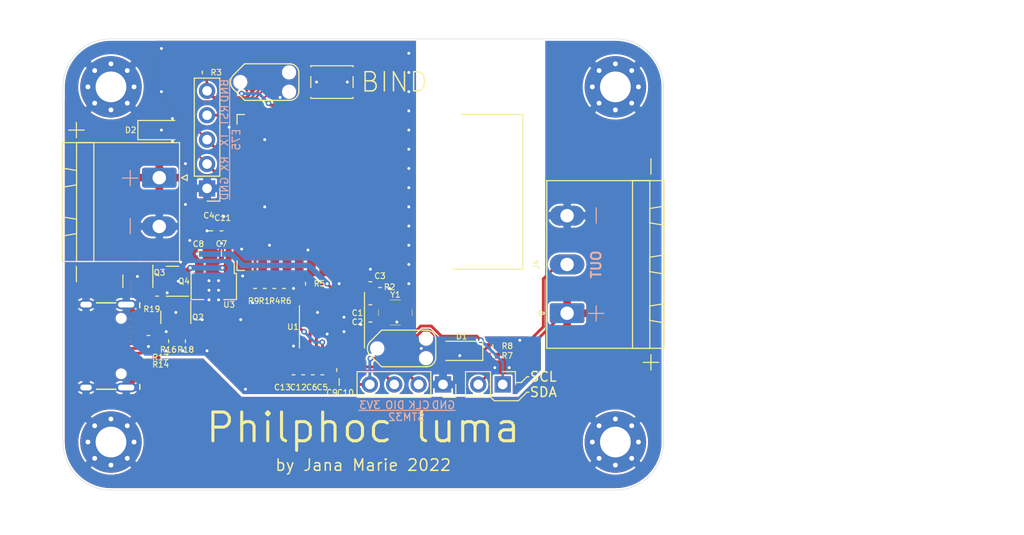
<source format=kicad_pcb>
(kicad_pcb (version 20211014) (generator pcbnew)
  (layers (0 "F.Cu" signal) (31 "B.Cu" signal) (34 "B.Paste" user) (35 "F.Paste" user) (36 "B.SilkS" user "B.Silkscreen") (37 "F.SilkS" user "F.Silkscreen") (38 "B.Mask" user) (39 "F.Mask" user) (44 "Edge.Cuts" user))
  (net 0 "")
  (net 1 "GND")
  (net 2 "Net-(C1-Pad1)")
  (net 3 "Net-(C2-Pad1)")
  (net 4 "Net-(C3-Pad1)")
  (net 5 "+3V3")
  (net 6 "Net-(C5-Pad1)")
  (net 7 "VBUS")
  (net 8 "Net-(J2-Pad5)")
  (net 9 "E75_RST")
  (net 10 "E75_TX")
  (net 11 "E75_RX")
  (net 12 "Net-(J3-PadB5)")
  (net 16 "Net-(J3-PadA5)")
  (net 20 "PWM_R")
  (net 21 "PWM_G")
  (net 22 "PWM_B")
  (net 25 "PWM_1")
  (net 40 "Net-(C12-Pad1)")
  (net 42 "Net-(J3-PadA4)")
  (net 43 "Net-(Q3-Pad1)")
  (net 44 "Net-(Q2-Pad1)")
  (net 45 "Net-(Q2-Pad3)")
  (net 46 "Net-(C6-Pad1)")
  (net 47 "Net-(D1-Pad1)")
  (net 48 "SWCLK")
  (net 49 "SWDIO")
  (net 52 "Net-(R2-Pad1)")
  (net 57 "Net-(J4-Pad2)")
  (net 58 "Net-(J6-Pad1)")
  (net 59 "Net-(U1-Pad11)")
  (footprint "Package_TO_SOT_SMD:SOT-23" (layer "F.Cu") (at 57.8 76.75 -90)
    (fp_text reference "Q3")
    (fp_text value "AO3401A")
  )
  (footprint "otter:E75-2G4M10S" (layer "F.Cu") (at 78 67.5 -90)
    (fp_text reference "U2" hide)
    (fp_text value "E75-2G4M20S")
  )
  (footprint "otter:R_0402" (layer "F.Cu") (at 83 77.4 90)
    (fp_text reference "R2")
    (fp_text value "5k1" hide)
  )
  (footprint "otter:C_0402" (layer "F.Cu") (at 82 79.2 90)
    (fp_text reference "C1")
    (fp_text value "18p" hide)
  )
  (footprint "Package_SO:TSSOP-20_4.4x6.5mm_P0.65mm" (layer "F.Cu") (at 78 81.5 -90)
    (fp_text reference "U1")
    (fp_text value "STM32F030F4Px")
  )
  (footprint "Connector_PinHeader_2.54mm:PinHeader_1x05_P2.54mm_Vertical" (layer "F.Cu") (at 65 67.075 180)
    (fp_text reference "J2" hide)
    (fp_text value "E75_proc")
  )
  (footprint "otter:TC2030" (layer "F.Cu") (at 85.25 83.75)
    (fp_text reference "P1" hide)
    (fp_text value "TC2030_STM32" hide)
  )
  (footprint "Package_TO_SOT_SMD:SOT-89-3" (layer "F.Cu") (at 65.7 77 -90)
    (fp_text reference "U3")
    (fp_text value "AP2204R-3.3")
  )
  (footprint "otter:R_0402" (layer "F.Cu") (at 72 77.5 90)
    (fp_text reference "R4")
    (fp_text value "100k" hide)
  )
  (footprint "otter:R_0402" (layer "F.Cu") (at 71 77.5 90)
    (fp_text reference "R1")
    (fp_text value "100k" hide)
  )
  (footprint "MountingHole:MountingHole_3.2mm_M3_Pad_Via" (layer "F.Cu") (at 107.5 56.5)
    (fp_text reference "J7" hide)
    (fp_text value "M3")
  )
  (footprint "Diode_SMD:D_SOD-123F" (layer "F.Cu") (at 60 61)
    (fp_text reference "D2")
    (fp_text value "D_Small")
  )
  (footprint "otter:C_0603" (layer "F.Cu") (at 65.25 71.5 -90)
    (fp_text reference "C4")
    (fp_text value "10u" hide)
  )
  (footprint "Diode_SMD:D_SOD-123F" (layer "F.Cu") (at 91.5 84 180)
    (fp_text reference "D1")
    (fp_text value "5V1")
  )
  (footprint "Button_Switch_SMD:SW_SPST_PTS810" (layer "F.Cu") (at 78 56 180)
    (fp_text reference "SW2" hide)
    (fp_text value "BIND")
  )
  (footprint "otter:R_0402" (layer "F.Cu") (at 59.8 78.3 90)
    (fp_text reference "R19")
    (fp_text value "100k" hide)
  )
  (footprint "otter:C_0402" (layer "F.Cu") (at 77 86.5 -90)
    (fp_text reference "C5")
    (fp_text value "100n" hide)
  )
  (footprint "otter:C_0402" (layer "F.Cu") (at 82 81 -90)
    (fp_text reference "C2")
    (fp_text value "18p" hide)
  )
  (footprint "otter:R_0402" (layer "F.Cu") (at 64.5 55)
    (fp_text reference "R3")
    (fp_text value "5k1" hide)
  )
  (footprint "MountingHole:MountingHole_3.2mm_M3_Pad_Via" (layer "F.Cu") (at 55 56.5)
    (fp_text reference "J10" hide)
    (fp_text value "M3")
  )
  (footprint "Package_TO_SOT_SMD:SOT-23" (layer "F.Cu") (at 61.75 80.5 -90)
    (fp_text reference "Q2")
    (fp_text value "BC807")
  )
  (footprint "otter:TC2030" (layer "F.Cu") (at 71 56)
    (fp_text reference "P2" hide)
    (fp_text value "TC2030-E75" hide)
  )
  (footprint "Connector_Phoenix_MSTB:PhoenixContact_MSTBA_2,5_2-G-5,08_1x02_P5.08mm_Horizontal" (layer "F.Cu") (at 60.0275 68.5 -90)
    (fp_text reference "J5" hide)
    (fp_text value "IN")
  )
  (footprint "otter:PinHeader_1x02_P2.54mm_Vertical" (layer "F.Cu") (at 94.5 87.5 -90)
    (fp_text reference "J6" hide)
    (fp_text value "I2C")
  )
  (footprint "otter:R_0402" (layer "F.Cu") (at 70 77.5 90)
    (fp_text reference "R9")
    (fp_text value "100k" hide)
  )
  (footprint "otter:R_0402" (layer "F.Cu") (at 61 83)
    (fp_text reference "R16")
    (fp_text value "5k1" hide)
  )
  (footprint "MountingHole:MountingHole_3.2mm_M3_Pad_Via" (layer "F.Cu") (at 107.5 93.5)
    (fp_text reference "J9" hide)
    (fp_text value "M3")
  )
  (footprint "otter:C_0402" (layer "F.Cu") (at 74 86.5 -90)
    (fp_text reference "C13")
    (fp_text value "100n" hide)
  )
  (footprint "otter:C_0603" (layer "F.Cu") (at 66.5 73.8 180)
    (fp_text reference "C7")
    (fp_text value "10u" hide)
  )
  (footprint "Connector_Phoenix_MSTB:PhoenixContact_MSTBA_2,5_3-G-5,08_1x03_P5.08mm_Horizontal" (layer "F.Cu") (at 102.4725 80.08 90)
    (fp_text reference "J4")
    (fp_text value "OUT")
  )
  (footprint "otter:C_0402" (layer "F.Cu") (at 75 86.5 -90)
    (fp_text reference "C12")
    (fp_text value "100n" hide)
  )
  (footprint "Package_TO_SOT_SMD:SOT-23" (layer "F.Cu") (at 61.4 76.75 180)
    (fp_text reference "Q4")
    (fp_text value "BC807")
  )
  (footprint "otter:C_0402" (layer "F.Cu") (at 76 86.5 -90)
    (fp_text reference "C6")
    (fp_text value "100n" hide)
  )
  (footprint "otter:R_0402" (layer "F.Cu") (at 73 77.5 90)
    (fp_text reference "R6")
    (fp_text value "100k" hide)
  )
  (footprint "otter:R_0402" (layer "F.Cu") (at 58.9 84.7 90)
    (fp_text reference "R14")
    (fp_text value "5k1" hide)
  )
  (footprint "otter:Oscillator_3225" (layer "F.Cu") (at 84.6 80)
    (fp_text reference "Y1")
    (fp_text value "8Mhz")
  )
  (footprint "otter:R_0402" (layer "F.Cu") (at 58.9 82.4 -90)
    (fp_text reference "R13")
    (fp_text value "5k1" hide)
  )
  (footprint "otter:C_0402" (layer "F.Cu") (at 78.5 86 180)
    (fp_text reference "C9")
    (fp_text value "100n" hide)
  )
  (footprint "otter:C_0603" (layer "F.Cu") (at 64.1 73.8)
    (fp_text reference "C8")
    (fp_text value "10u" hide)
  )
  (footprint "MountingHole:MountingHole_3.2mm_M3_Pad_Via" (layer "F.Cu") (at 55 93.5)
    (fp_text reference "J8" hide)
    (fp_text value "M3")
  )
  (footprint "otter:R_0402" (layer "F.Cu") (at 62.75 83)
    (fp_text reference "R18")
    (fp_text value "100k" hide)
  )
  (footprint "otter:R_0402" (layer "F.Cu") (at 94.75 83.5 180)
    (fp_text reference "R8")
    (fp_text value "20" hide)
  )
  (footprint "otter:R_0402" (layer "F.Cu") (at 94.75 84.5)
    (fp_text reference "R7")
    (fp_text value "5k1" hide)
  )
  (footprint "otter:C_0603" (layer "F.Cu") (at 78.75 87.25 180)
    (fp_text reference "C10")
    (fp_text value "10u" hide)
  )
  (footprint "otter:R_0402" (layer "F.Cu") (at 75.25 77 180)
    (fp_text reference "R5")
    (fp_text value "5k1" hide)
  )
  (footprint "otter:PinSocket_1x04_P2.54mm_Vertical_center" (layer "F.Cu") (at 85.75 87.5 -90)
    (fp_text reference "J1" hide)
    (fp_text value "SWD")
  )
  (footprint "otter:C_0402" (layer "F.Cu") (at 66.5 71.5 -90)
    (fp_text reference "C11")
    (fp_text value "100n" hide)
  )
  (footprint "otter:USB-C 16Pin" (layer "F.Cu") (at 57.5 83.5 -90)
    (fp_text reference "J3" hide)
    (fp_text value "USB_C")
  )
  (footprint "otter:C_0402" (layer "F.Cu") (at 82 76.8 90)
    (fp_text reference "C3")
    (fp_text value "100n" hide)
  )
  (gr_line (start 57.8 66) (end 56.2 66) (layer "B.SilkS") (width 0.12))
  (gr_line (start 57 66.8) (end 57 65.2) (layer "B.SilkS") (width 0.12))
  (gr_line (start 57 71.8) (end 57 70.2) (layer "B.SilkS") (width 0.12))
  (gr_line (start 67.35 55.65) (end 67.35 68.25) (layer "B.SilkS") (width 0.12))
  (gr_line (start 106.3 80.1) (end 104.7 80.1) (layer "B.SilkS") (width 0.12))
  (gr_line (start 105.5 80.9) (end 105.5 79.3) (layer "B.SilkS") (width 0.12))
  (gr_line (start 90.8 90.2) (end 80.8 90.2) (layer "B.SilkS") (width 0.12))
  (gr_line (start 105.5 70.7) (end 105.5 69.1) (layer "B.SilkS") (width 0.12))
  (gr_line (start 52.2 61) (end 50.6 61) (layer "F.SilkS") (width 0.12))
  (gr_line (start 98.3 88.3) (end 98.5 88.3) (layer "F.SilkS") (width 0.12))
  (gr_line (start 97.8 87.2) (end 97.7 87.3) (layer "F.SilkS") (width 0.12))
  (gr_line (start 111.2 65.6) (end 111.2 64) (layer "F.SilkS") (width 0.12))
  (gr_line (start 97.4 89.2) (end 98.3 88.3) (layer "F.SilkS") (width 0.12))
  (gr_line (start 98.3 86.7) (end 97.8 87.2) (layer "F.SilkS") (width 0.12))
  (gr_line (start 111.2 86) (end 111.2 84.4) (layer "F.SilkS") (width 0.12))
  (gr_line (start 51.4 76.8) (end 51.4 75.2) (layer "F.SilkS") (width 0.12))
  (gr_line (start 112 85.2) (end 110.4 85.2) (layer "F.SilkS") (width 0.12))
  (gr_line (start 98.5 86.7) (end 98.3 86.7) (layer "F.SilkS") (width 0.12))
  (gr_line (start 94.5 88.83) (end 94.9 89.2) (layer "F.SilkS") (width 0.12))
  (gr_line (start 97.7 87.3) (end 97.1 87.3) (layer "F.SilkS") (width 0.12))
  (gr_line (start 51.4 61.8) (end 51.4 60.2) (layer "F.SilkS") (width 0.12))
  (gr_line (start 94.9 89.2) (end 97.4 89.2) (layer "F.SilkS") (width 0.12))
  (gr_line (start 50 93.5) (end 50 56.5) (layer "Edge.Cuts") (width 0.05))
  (gr_arc (start 55 98.5) (mid 51.464466 97.035534) (end 50 93.5) (layer "Edge.Cuts") (width 0.05))
  (gr_line (start 112.5 56.5) (end 112.5 93.5) (layer "Edge.Cuts") (width 0.05))
  (gr_line (start 107.5 51.5) (end 55 51.5) (layer "Edge.Cuts") (width 0.05))
  (gr_arc (start 112.5 93.5) (mid 111.035534 97.035534) (end 107.5 98.5) (layer "Edge.Cuts") (width 0.05))
  (gr_arc (start 50 56.5) (mid 51.464466 52.964466) (end 55 51.5) (layer "Edge.Cuts") (width 0.05))
  (gr_line (start 55 98.5) (end 107.5 98.5) (layer "Edge.Cuts") (width 0.05))
  (gr_arc (start 107.5 51.5) (mid 111.035534 52.964466) (end 112.5 56.5) (layer "Edge.Cuts") (width 0.05))
  (gr_text "OUT" (at 105.5 75 90) (layer "B.SilkS") (effects (font (size 1 1) (thickness 0.2)) (justify mirror)))
  (gr_text "CLK" (at 87.05 89.65) (layer "B.SilkS") (effects (font (size 0.8 0.8) (thickness 0.12)) (justify mirror)))
  (gr_text "GND" (at 66.8 67.1 90) (layer "B.SilkS") (effects (font (size 0.8 0.8) (thickness 0.12)) (justify mirror)))
  (gr_text "STM32" (at 85.75 90.9) (layer "B.SilkS") (effects (font (size 0.8 0.8) (thickness 0.12)) (justify mirror)))
  (gr_text "DIO" (at 84.55 89.65) (layer "B.SilkS") (effects (font (size 0.8 0.8) (thickness 0.12)) (justify mirror)))
  (gr_text "RST" (at 66.8 59.45 90) (layer "B.SilkS") (effects (font (size 0.8 0.8) (thickness 0.12)) (justify mirror)))
  (gr_text "E75" (at 68.05 62 90) (layer "B.SilkS") (effects (font (size 0.8 0.8) (thickness 0.12)) (justify mirror)))
  (gr_text "TX" (at 66.8 62 90) (layer "B.SilkS") (effects (font (size 0.8 0.8) (thickness 0.12)) (justify mirror)))
  (gr_text "BND\n" (at 66.8 56.9 90) (layer "B.SilkS") (effects (font (size 0.8 0.8) (thickness 0.12)) (justify mirror)))
  (gr_text "3V3" (at 81.95 89.65) (layer "B.SilkS") (effects (font (size 0.8 0.8) (thickness 0.12)) (justify mirror)))
  (gr_text "GND" (at 89.6 89.65) (layer "B.SilkS") (effects (font (size 0.8 0.8) (thickness 0.12)) (justify mirror)))
  (gr_text "RX" (at 66.8 64.5 90) (layer "B.SilkS") (effects (font (size 0.8 0.8) (thickness 0.12)) (justify mirror)))
  (gr_text "BIND" (at 84.5 56) (layer "F.SilkS") (effects (font (size 2 2))))
  (gr_text "SCL\nSDA" (at 100 87.5) (layer "F.SilkS") (effects (font (size 1 1))))
  (gr_text "by Jana Marie 2022" (at 81.25 95.9) (layer "F.SilkS") (effects (font (size 1.2 1.2))))
  (gr_text "Philphoc luma" (at 81.25 92) (layer "F.SilkS") (effects (font (size 3 3) (thickness 0.32))))
  (segment (start 83.005 78.73) (end 83.4 79.125) (width 0.3) (layer "F.Cu") (net 1))
  (segment (start 64.85 73.8) (end 65.75 73.8) (width 0.6) (layer "F.Cu") (net 1))
  (segment (start 65.7 75.4375) (end 65.7 74.65) (width 0.5) (layer "F.Cu") (net 1))
  (segment (start 77.675 84.3625) (end 77.675 85.175) (width 0.3) (layer "F.Cu") (net 1))
  (segment (start 78.03 87.22) (end 78 87.25) (width 0.3) (layer "F.Cu") (net 1))
  (segment (start 57.5 80.095) (end 56.585 79.18) (width 0.6) (layer "F.Cu") (net 1))
  (segment (start 85.055338 81.619662) (end 85.8 80.875) (width 0.2) (layer "F.Cu") (net 1))
  (segment (start 77.675 85.175) (end 78.03 85.53) (width 0.3) (layer "F.Cu") (net 1))
  (segment (start 65.25 72.25) (end 65.25 73.3) (width 0.5) (layer "F.Cu") (net 1))
  (segment (start 82 76.33) (end 81.86348 76.33) (width 0.4) (layer "F.Cu") (net 1))
  (segment (start 57.5 86.905) (end 56.585 87.82) (width 0.6) (layer "F.Cu") (net 1))
  (segment (start 65.25 73.3) (end 65.75 73.8) (width 0.5) (layer "F.Cu") (net 1))
  (segment (start 65.7 74.65) (end 64.85 73.8) (width 0.5) (layer "F.Cu") (net 1))
  (segment (start 57.5 86.7) (end 57.5 86.905) (width 0.6) (layer "F.Cu") (net 1))
  (segment (start 82.149662 81.619662) (end 85.055338 81.619662) (width 0.2) (layer "F.Cu") (net 1))
  (segment (start 82 78.73) (end 83.005 78.73) (width 0.3) (layer "F.Cu") (net 1))
  (segment (start 65.75 75.3875) (end 65.7 75.4375) (width 0.5) (layer "F.Cu") (net 1))
  (segment (start 61.4 61) (end 60.25 61) (width 0.8) (layer "F.Cu") (net 1))
  (segment (start 81.86348 76.33) (end 81.49348 76.7) (width 0.4) (layer "F.Cu") (net 1))
  (segment (start 78.03 85.53) (end 78.03 86) (width 0.3) (layer "F.Cu") (net 1))
  (segment (start 79.05 76.7) (end 78.75 77) (width 0.4) (layer "F.Cu") (net 1))
  (segment (start 65.53 71.97) (end 65.25 72.25) (width 0.5) (layer "F.Cu") (net 1))
  (segment (start 58.9 84.23) (end 58.9 82.87) (width 0.3) (layer "F.Cu") (net 1))
  (segment (start 77.72 86.97) (end 78 87.25) (width 0.4) (layer "F.Cu") (net 1))
  (segment (start 81.49348 76.7) (end 79.05 76.7) (width 0.4) (layer "F.Cu") (net 1))
  (segment (start 61.4 61) (end 61.4 62.2) (width 0.8) (layer "F.Cu") (net 1))
  (segment (start 59.8 78.77) (end 60.03 78.77) (width 0.4) (layer "F.Cu") (net 1))
  (segment (start 77 86.97) (end 77.72 86.97) (width 0.4) (layer "F.Cu") (net 1))
  (segment (start 68.373 71.97) (end 68.602 72.199) (width 0.5) (layer "F.Cu") (net 1))
  (segment (start 61.4 61) (end 61.4 59.8) (width 0.8) (layer "F.Cu") (net 1))
  (segment (start 57.5 80.3) (end 57.5 80.095) (width 0.6) (layer "F.Cu") (net 1))
  (segment (start 60.03 78.77) (end 60.85 77.95) (width 0.4) (layer "F.Cu") (net 1))
  (segment (start 66.5 71.97) (end 65.53 71.97) (width 0.5) (layer "F.Cu") (net 1))
  (segment (start 65.75 73.8) (end 65.75 75.3875) (width 0.5) (layer "F.Cu") (net 1))
  (segment (start 66.5 71.97) (end 68.373 71.97) (width 0.5) (layer "F.Cu") (net 1))
  (segment (start 78.03 86) (end 78.03 87.22) (width 0.4) (layer "F.Cu") (net 1))
  (segment (start 82 81.47) (end 82.149662 81.619662) (width 0.2) (layer "F.Cu") (net 1))
  (via (at 86 61) (size 0.6) (drill 0.3) (layers "F.Cu" "B.Cu") (net 1))
  (via (at 86 69) (size 0.6) (drill 0.3) (layers "F.Cu" "B.Cu") (net 1))
  (via (at 66.75 70) (size 0.6) (drill 0.3) (layers "F.Cu" "B.Cu") (net 1))
  (via (at 61.4 59.8) (size 0.6) (drill 0.3) (layers "F.Cu" "B.Cu") (net 1))
  (via (at 65.2 77.6875) (size 0.6) (drill 0.3) (layers "F.Cu" "B.Cu") (net 1))
  (via (at 86 53) (size 0.6) (drill 0.3) (layers "F.Cu" "B.Cu") (net 1))
  (via (at 60.25 52.5) (size 0.6) (drill 0.3) (layers "F.Cu" "B.Cu") (net 1))
  (via (at 86 73) (size 0.6) (drill 0.3) (layers "F.Cu" "B.Cu") (net 1))
  (via (at 60.75 82) (size 0.6) (drill 0.3) (layers "F.Cu" "B.Cu") (net 1))
  (via (at 66.2 78.6875) (size 0.6) (drill 0.3) (layers "F.Cu" "B.Cu") (net 1))
  (via (at 86 65) (size 0.6) (drill 0.3) (layers "F.Cu" "B.Cu") (net 1))
  (via (at 65.2 78.6875) (size 0.6) (drill 0.3) (layers "F.Cu" "B.Cu") (net 1))
  (via (at 81 81.25) (size 0.6) (drill 0.3) (layers "F.Cu" "B.Cu") (net 1))
  (via (at 79.6 56) (size 0.6) (drill 0.3) (layers "F.Cu" "B.Cu") (net 1))
  (via (at 87.3 83.75) (size 0.6) (drill 0.3) (layers "F.Cu" "B.Cu") (net 1))
  (via (at 86 75) (size 0.6) (drill 0.3) (layers "F.Cu" "B.Cu") (net 1))
  (via (at 86 71) (size 0.6) (drill 0.3) (layers "F.Cu" "B.Cu") (net 1))
  (via (at 61.4 62.2) (size 0.6) (drill 0.3) (layers "F.Cu" "B.Cu") (net 1))
  (via (at 74 77.5) (size 0.6) (drill 0.3) (layers "F.Cu" "B.Cu") (net 1))
  (via (at 74 83.5) (size 0.6) (drill 0.3) (layers "F.Cu" "B.Cu") (net 1))
  (via (at 67.3 60.7) (size 0.6) (drill 0.3) (layers "F.Cu" "B.Cu") (net 1))
  (via (at 65.2 76.6875) (size 0.6) (drill 0.3) (layers "F.Cu" "B.Cu") (net 1))
  (via (at 68.5 80.75) (size 0.6) (drill 0.3) (layers "F.Cu" "B.Cu") (net 1))
  (via (at 72.6 57.6) (size 0.6) (drill 0.3) (layers "F.Cu" "B.Cu") (net 1))
  (via (at 60.25 57) (size 0.6) (drill 0.3) (layers "F.Cu" "B.Cu") (net 1))
  (via (at 91.3 84.5) (size 0.6) (drill 0.3) (layers "F.Cu" "B.Cu") (net 1))
  (via (at 58.9 83.55) (size 0.6) (drill 0.3) (layers "F.Cu" "B.Cu") (net 1))
  (via (at 78.75 77) (size 0.6) (drill 0.3) (layers "F.Cu" "B.Cu") (net 1))
  (via (at 79.25 80.5) (size 0.6) (drill 0.3) (layers "F.Cu" "B.Cu") (net 1))
  (via (at 71 69) (size 0.6) (drill 0.3) (layers "F.Cu" "B.Cu") (net 1))
  (via (at 94.95 85.75) (size 0.6) (drill 0.3) (layers "F.Cu" "B.Cu") (net 1))
  (via (at 68.7 76.2) (size 0.6) (drill 0.3) (layers "F.Cu" "B.Cu") (net 1))
  (via (at 84 77.5) (size 0.6) (drill 0.3) (layers "F.Cu" "B.Cu") (net 1))
  (via (at 69.75 79) (size 0.6) (drill 0.3) (layers "F.Cu" "B.Cu") (net 1))
  (via (at 76.5 80) (size 0.6) (drill 0.3) (layers "F.Cu" "B.Cu") (net 1))
  (via (at 75.5 73.5) (size 0.6) (drill 0.3) (layers "F.Cu" "B.Cu") (net 1))
  (via (at 69 88) (size 0.6) (drill 0.3) (layers "F.Cu" "B.Cu") (net 1))
  (via (at 66.5 72.8) (size 0.6) (drill 0.3) (layers "F.Cu" "B.Cu") (net 1))
  (via (at 62.75 68.75) (size 0.6) (drill 0.3) (layers "F.Cu" "B.Cu") (net 1))
  (via (at 96.45 85.75) (size 0.6) (drill 0.3) (layers "F.Cu" "B.Cu") (net 1))
  (via (at 62 76.75) (size 0.6) (drill 0.3) (layers "F.Cu" "B.Cu") (net 1))
  (via (at 86 59) (size 0.6) (drill 0.3) (layers "F.Cu" "B.Cu") (net 1))
  (via (at 60.75 84) (size 0.6) (drill 0.3) (layers "F.Cu" "B.Cu") (net 1))
  (via (at 66.2 77.6875) (size 0.6) (drill 0.3) (layers "F.Cu" "B.Cu") (net 1))
  (via (at 86 77) (size 0.6) (drill 0.3) (layers "F.Cu" "B.Cu") (net 1))
  (via (at 71 62) (size 0.6) (drill 0.3) (layers "F.Cu" "B.Cu") (net 1))
  (via (at 60.25 61) (size 0.6) (drill 0.3) (layers "F.Cu" "B.Cu") (net 1))
  (via (at 86 55) (size 0.6) (drill 0.3) (layers "F.Cu" "B.Cu") (net 1))
  (via (at 64.5 80.75) (size 0.6) (drill 0.3) (layers "F.Cu" "B.Cu") (net 1))
  (via (at 66.2 76.6875) (size 0.6) (drill 0.3) (layers "F.Cu" "B.Cu") (net 1))
  (via (at 76.4 56) (size 0.6) (drill 0.3) (layers "F.Cu" "B.Cu") (net 1))
  (via (at 97.55 82.9) (size 0.6) (drill 0.3) (layers "F.Cu" "B.Cu") (net 1))
  (via (at 61.75 80) (size 0.6) (drill 0.3) (layers "F.Cu" "B.Cu") (net 1))
  (via (at 57.75 76.25) (size 0.6) (drill 0.3) (layers "F.Cu" "B.Cu") (net 1))
  (via (at 82 75.5) (size 0.6) (drill 0.3) (layers "F.Cu" "B.Cu") (net 1))
  (via (at 86 67) (size 0.6) (drill 0.3) (layers "F.Cu" "B.Cu") (net 1))
  (via (at 65 84) (size 0.6) (drill 0.3) (layers "F.Cu" "B.Cu") (net 1))
  (via (at 68.6 73.4) (size 0.6) (drill 0.3) (layers "F.Cu" "B.Cu") (net 1))
  (via (at 86 63) (size 0.6) (drill 0.3) (layers "F.Cu" "B.Cu") (net 1))
  (via (at 62.5 84) (size 0.6) (drill 0.3) (layers "F.Cu" "B.Cu") (net 1))
  (via (at 84.75 81) (size 0.6) (drill 0.3) (layers "F.Cu" "B.Cu") (net 1))
  (via (at 60.85 77.95) (size 0.6) (drill 0.3) (layers "F.Cu" "B.Cu") (net 1))
  (via (at 77.5 82.25) (size 0.6) (drill 0.3) (layers "F.Cu" "B.Cu") (net 1))
  (via (at 62.75 64.5) (size 0.6) (drill 0.3) (layers "F.Cu" "B.Cu") (net 1))
  (via (at 79.25 82) (size 0.6) (drill 0.3) (layers "F.Cu" "B.Cu") (net 1))
  (via (at 86 57) (size 0.6) (drill 0.3) (layers "F.Cu" "B.Cu") (net 1))
  (via (at 63.2 72.5) (size 0.6) (drill 0.3) (layers "F.Cu" "B.Cu") (net 1))
  (via (at 65 71.5) (size 0.6) (drill 0.3) (layers "F.Cu" "B.Cu") (net 1))
  (via (at 71.5 73) (size 0.6) (drill 0.3) (layers "F.Cu" "B.Cu") (net 1))
  (via (at 62.25 74.75) (size 0.6) (drill 0.3) (layers "F.Cu" "B.Cu") (net 1))
  (segment (start 82.5 80) (end 82.17 79.67) (width 0.3) (layer "F.Cu") (net 2))
  (segment (start 82 79.67) (end 80.47 79.67) (width 0.3) (layer "F.Cu") (net 2))
  (segment (start 85.8 79.125) (end 85.675 79.125) (width 0.3) (layer "F.Cu") (net 2))
  (segment (start 80.47 79.67) (end 80.275 79.475) (width 0.3) (layer "F.Cu") (net 2))
  (segment (start 80.275 79.475) (end 80.275 78.6375) (width 0.3) (layer "F.Cu") (net 2))
  (segment (start 84.8 80) (end 82.5 80) (width 0.3) (layer "F.Cu") (net 2))
  (segment (start 85.675 79.125) (end 84.8 80) (width 0.3) (layer "F.Cu") (net 2))
  (segment (start 82.17 79.67) (end 82 79.67) (width 0.3) (layer "F.Cu") (net 2))
  (segment (start 83.125 80.6) (end 82.07 80.6) (width 0.3) (layer "F.Cu") (net 3))
  (segment (start 80.53 80.53) (end 79.625 79.625) (width 0.3) (layer "F.Cu") (net 3))
  (segment (start 82.07 80.6) (end 82 80.53) (width 0.3) (layer "F.Cu") (net 3))
  (segment (start 82 80.53) (end 80.53 80.53) (width 0.3) (layer "F.Cu") (net 3))
  (segment (start 79.625 79.625) (end 79.625 78.6375) (width 0.3) (layer "F.Cu") (net 3))
  (segment (start 83.4 80.875) (end 83.125 80.6) (width 0.3) (layer "F.Cu") (net 3))
  (segment (start 82 77.27) (end 79.53 77.27) (width 0.3) (layer "F.Cu") (net 4))
  (segment (start 78.975 77.825) (end 78.975 78.6375) (width 0.3) (layer "F.Cu") (net 4))
  (segment (start 79.53 77.27) (end 78.975 77.825) (width 0.3) (layer "F.Cu") (net 4))
  (segment (start 78.325 85.125) (end 78.97 85.77) (width 0.3) (layer "F.Cu") (net 5))
  (segment (start 64.2 74.8) (end 63.35 73.95) (width 0.6) (layer "F.Cu") (net 5))
  (segment (start 83.565 84.8) (end 83.98 84.385) (width 0.3) (layer "F.Cu") (net 5))
  (segment (start 75.72 77) (end 77.5 77) (width 0.3) (layer "F.Cu") (net 5))
  (segment (start 63.45 73.9) (end 63.35 73.8) (width 0.6) (layer "F.Cu") (net 5))
  (segment (start 63.35 73.95) (end 63.35 73.8) (width 0.6) (layer "F.Cu") (net 5))
  (segment (start 66.5 71.03) (end 68.501 71.03) (width 0.5) (layer "F.Cu") (net 5))
  (segment (start 63.75 63.81748) (end 63.75 70.25) (width 0.3) (layer "F.Cu") (net 5))
  (segment (start 63.35 73.8) (end 64.25 72.9) (width 0.6) (layer "F.Cu") (net 5))
  (segment (start 63.09696 58.70304) (end 63.09696 63.16444) (width 0.3) (layer "F.Cu") (net 5))
  (segment (start 63.75 55.28) (end 63.75 58.05) (width 0.3) (layer "F.Cu") (net 5))
  (segment (start 64.2 75.35) (end 64.2 74.8) (width 0.6) (layer "F.Cu") (net 5))
  (segment (start 65.53 71.03) (end 65.25 70.75) (width 0.5) (layer "F.Cu") (net 5))
  (segment (start 64.25 72.9) (end 64.25 71) (width 0.6) (layer "F.Cu") (net 5))
  (segment (start 66.5 71.03) (end 65.53 71.03) (width 0.5) (layer "F.Cu") (net 5))
  (segment (start 78.97 86) (end 78.97 86.72) (width 0.3) (layer "F.Cu") (net 5))
  (segment (start 78.325 78.6375) (end 78.325 84.3625) (width 0.3) (layer "F.Cu") (net 5))
  (segment (start 78.97 86.72) (end 79.5 87.25) (width 0.3) (layer "F.Cu") (net 5))
  (segment (start 63.09696 63.16444) (end 63.75 63.81748) (width 0.3) (layer "F.Cu") (net 5))
  (segment (start 63.75 58.05) (end 63.09696 58.70304) (width 0.3) (layer "F.Cu") (net 5))
  (segment (start 64.25 70.75) (end 65.25 70.75) (width 0.3) (layer "F.Cu") (net 5))
  (segment (start 78.325 77.825) (end 78.325 78.6375) (width 0.3) (layer "F.Cu") (net 5))
  (segment (start 77.5 77) (end 78.325 77.825) (width 0.3) (layer "F.Cu") (net 5))
  (segment (start 78.325 84.3625) (end 78.325 85.125) (width 0.3) (layer "F.Cu") (net 5))
  (segment (start 79.75 87.5) (end 79.5 87.25) (width 0.3) (layer "F.Cu") (net 5))
  (segment (start 64.25 71) (end 64.5 70.75) (width 0.6) (layer "F.Cu") (net 5))
  (segment (start 63.75 70.25) (end 64.25 70.75) (width 0.3) (layer "F.Cu") (net 5))
  (segment (start 81.94 87.5) (end 79.75 87.5) (width 0.3) (layer "F.Cu") (net 5))
  (segment (start 64 73.9) (end 63.45 73.9) (width 0.6) (layer "F.Cu") (net 5))
  (segment (start 82 84.8) (end 83.565 84.8) (width 0.3) (layer "F.Cu") (net 5))
  (segment (start 68.501 71.03) (end 68.602 70.929) (width 0.5) (layer "F.Cu") (net 5))
  (segment (start 78.97 85.77) (end 78.97 86) (width 0.3) (layer "F.Cu") (net 5))
  (segment (start 64.5 70.75) (end 65.25 70.75) (width 0.6) (layer "F.Cu") (net 5))
  (segment (start 64.03 55) (end 63.75 55.28) (width 0.3) (layer "F.Cu") (net 5))
  (via (at 77.5 77) (size 0.6) (drill 0.3) (layers "F.Cu" "B.Cu") (net 5))
  (via (at 82 84.8) (size 0.6) (drill 0.3) (layers "F.Cu" "B.Cu") (net 5))
  (via (at 64 73.9) (size 0.6) (drill 0.3) (layers "F.Cu" "B.Cu") (net 5))
  (segment (start 67.5 73.9) (end 64 73.9) (width 0.6) (layer "B.Cu") (net 5))
  (segment (start 82 84.8) (end 81.94 84.86) (width 0.3) (layer "B.Cu") (net 5))
  (segment (start 77.5 77) (end 75.6 75.1) (width 0.6) (layer "B.Cu") (net 5))
  (segment (start 68.7 75.1) (end 67.5 73.9) (width 0.6) (layer "B.Cu") (net 5))
  (segment (start 75.6 75.1) (end 68.7 75.1) (width 0.6) (layer "B.Cu") (net 5))
  (segment (start 81.94 84.86) (end 81.94 87.5) (width 0.3) (layer "B.Cu") (net 5))
  (segment (start 75.03 82) (end 71 77.97) (width 0.3) (layer "F.Cu") (net 6))
  (segment (start 77.025 84.3625) (end 77.025 86.005) (width 0.3) (layer "F.Cu") (net 6))
  (segment (start 75.1 82) (end 75.03 82) (width 0.3) (layer "F.Cu") (net 6))
  (segment (start 77.025 86.005) (end 77 86.03) (width 0.3) (layer "F.Cu") (net 6))
  (segment (start 77.025 84.3625) (end 77.025 83.125) (width 0.3) (layer "F.Cu") (net 6))
  (segment (start 77.025 83.125) (end 77 83.1) (width 0.3) (layer "F.Cu") (net 6))
  (via (at 75.1 82) (size 0.6) (drill 0.3) (layers "F.Cu" "B.Cu") (net 6))
  (via (at 77 83.1) (size 0.6) (drill 0.3) (layers "F.Cu" "B.Cu") (net 6))
  (segment (start 76.2 83.1) (end 75.1 82) (width 0.3) (layer "B.Cu") (net 6))
  (segment (start 77 83.1) (end 76.2 83.1) (width 0.3) (layer "B.Cu") (net 6))
  (segment (start 62.3375 75.8) (end 61.3 75.8) (width 0.6) (layer "F.Cu") (net 7))
  (segment (start 61.3 75.8) (end 59.5 74) (width 0.6) (layer "F.Cu") (net 7))
  (segment (start 62.8 75.8) (end 63.25 75.35) (width 0.6) (layer "F.Cu") (net 7))
  (segment (start 62.3375 75.8) (end 62.8 75.8) (width 0.6) (layer "F.Cu") (net 7))
  (segment (start 102.12 80.08) (end 102.4725 80.08) (width 0.3) (layer "F.Cu") (net 7))
  (segment (start 95.37 84.35) (end 97.85 84.35) (width 0.3) (layer "F.Cu") (net 7))
  (segment (start 56.85 74.9) (end 56.85 75.8125) (width 0.6) (layer "F.Cu") (net 7))
  (segment (start 95.22 84.5) (end 95.37 84.35) (width 0.3) (layer "F.Cu") (net 7))
  (segment (start 57.75 74) (end 56.85 74.9) (width 0.6) (layer "F.Cu") (net 7))
  (segment (start 59.5 74) (end 57.75 74) (width 0.6) (layer "F.Cu") (net 7))
  (segment (start 97.85 84.35) (end 102.12 80.08) (width 0.3) (layer "F.Cu") (net 7))
  (segment (start 67.25 73.8) (end 67.25 75.3) (width 0.6) (layer "F.Cu") (net 7))
  (segment (start 67.2 75.35) (end 66.6 75.35) (width 0.6) (layer "F.Cu") (net 7))
  (segment (start 67.25 75.3) (end 67.2 75.35) (width 0.6) (layer "F.Cu") (net 7))
  (via (at 63.25 75.35) (size 0.6) (drill 0.3) (layers "F.Cu" "B.Cu") (net 7))
  (via (at 66.6 75.35) (size 0.6) (drill 0.3) (layers "F.Cu" "B.Cu") (net 7))
  (segment (start 66.6 75.35) (end 63.25 75.35) (width 0.6) (layer "B.Cu") (net 7))
  (segment (start 71.4 58.2) (end 71.6 58.4) (width 0.3) (layer "F.Cu") (net 8))
  (segment (start 65.70848 57.62348) (end 68.62348 57.62348) (width 0.3) (layer "F.Cu") (net 8))
  (segment (start 64.97 56.885) (end 65 56.915) (width 0.3) (layer "F.Cu") (net 8))
  (segment (start 68.62348 57.22348) (end 68.6 57.2) (width 0.3) (layer "F.Cu") (net 8))
  (segment (start 64.97 55) (end 64.97 56.885) (width 0.3) (layer "F.Cu") (net 8))
  (segment (start 77.641022 58.4) (end 78.381 59.139978) (width 0.3) (layer "F.Cu") (net 8))
  (segment (start 65 56.915) (end 65.70848 57.62348) (width 0.3) (layer "F.Cu") (net 8))
  (segment (start 71.6 58.4) (end 77.641022 58.4) (width 0.3) (layer "F.Cu") (net 8))
  (segment (start 68.62348 57.62348) (end 68.62348 57.22348) (width 0.3) (layer "F.Cu") (net 8))
  (segment (start 68.62348 57.62348) (end 69.084356 57.62348) (width 0.3) (layer "F.Cu") (net 8))
  (segment (start 69.73 56.977836) (end 69.73 56.635) (width 0.3) (layer "F.Cu") (net 8))
  (segment (start 78.381 59.139978) (end 78.381 59.873) (width 0.3) (layer "F.Cu") (net 8))
  (segment (start 69.084356 57.62348) (end 69.73 56.977836) (width 0.3) (layer "F.Cu") (net 8))
  (via (at 68.6 57.2) (size 0.6) (drill 0.3) (layers "F.Cu" "B.Cu") (net 8))
  (via (at 71.4 58.2) (size 0.6) (drill 0.3) (layers "F.Cu" "B.Cu") (net 8))
  (segment (start 68.6 57.2) (end 70.4 57.2) (width 0.3) (layer "B.Cu") (net 8))
  (segment (start 70.4 57.2) (end 71.4 58.2) (width 0.3) (layer "B.Cu") (net 8))
  (segment (start 75.925 54.925) (end 74.973719 55.876281) (width 0.3) (layer "F.Cu") (net 9))
  (segment (start 71.651059 55.983941) (end 71.651059 56.948941) (width 0.2) (layer "F.Cu") (net 9))
  (segment (start 70 69.4) (end 74.5925 73.9925) (width 0.3) (layer "F.Cu") (net 9))
  (segment (start 68.205 59.455) (end 70 61.25) (width 0.3) (layer "F.Cu") (net 9))
  (segment (start 80.075 54.925) (end 75.925 54.925) (width 0.3) (layer "F.Cu") (net 9))
  (segment (start 72.781281 55.876281) (end 72.27 55.365) (width 0.3) (layer "F.Cu") (net 9))
  (segment (start 74.78 75.4185) (end 74.5925 75.231) (width 0.3) (layer "F.Cu") (net 9))
  (segment (start 74.78 77) (end 74.78 75.4185) (width 0.3) (layer "F.Cu") (net 9))
  (segment (start 72.27 55.365) (end 71.651059 55.983941) (width 0.2) (layer "F.Cu") (net 9))
  (segment (start 71.651059 56.948941) (end 68.675 59.925) (width 0.2) (layer "F.Cu") (net 9))
  (segment (start 74.973719 55.876281) (end 72.781281 55.876281) (width 0.3) (layer "F.Cu") (net 9))
  (segment (start 74.5925 73.9925) (end 74.5925 75.231) (width 0.3) (layer "F.Cu") (net 9))
  (segment (start 70 61.25) (end 70 69.4) (width 0.3) (layer "F.Cu") (net 9))
  (segment (start 68.675 59.925) (end 68.205 59.455) (width 0.2) (layer "F.Cu") (net 9))
  (segment (start 65 59.455) (end 68.205 59.455) (width 0.3) (layer "F.Cu") (net 9))
  (segment (start 64.489771 58.32652) (end 63.8 59.016291) (width 0.2) (layer "F.Cu") (net 10))
  (segment (start 68.6065 64.5905) (end 67.5955 64.5905) (width 0.3) (layer "F.Cu") (net 10))
  (segment (start 69.375566 58.32652) (end 64.489771 58.32652) (width 0.2) (layer "F.Cu") (net 10))
  (segment (start 67.5955 64.5905) (end 65 61.995) (width 0.3) (layer "F.Cu") (net 10))
  (segment (start 63.8 60.795) (end 65 61.995) (width 0.2) (layer "F.Cu") (net 10))
  (segment (start 71 56.702086) (end 69.375566 58.32652) (width 0.2) (layer "F.Cu") (net 10))
  (segment (start 71 56.635) (end 71 56.702086) (width 0.2) (layer "F.Cu") (net 10))
  (segment (start 63.8 59.016291) (end 63.8 60.795) (width 0.2) (layer "F.Cu") (net 10))
  (segment (start 64.354521 58) (end 63.47348 58.881042) (width 0.2) (layer "F.Cu") (net 11))
  (segment (start 68.6065 65.8605) (end 66.3255 65.8605) (width 0.3) (layer "F.Cu") (net 11))
  (segment (start 66.3255 65.8605) (end 65 64.535) (width 0.3) (layer "F.Cu") (net 11))
  (segment (start 70.381059 55.983941) (end 70.381059 56.859257) (width 0.2) (layer "F.Cu") (net 11))
  (segment (start 71 55.365) (end 70.381059 55.983941) (width 0.2) (layer "F.Cu") (net 11))
  (segment (start 69.240316 58) (end 64.354521 58) (width 0.2) (layer "F.Cu") (net 11))
  (segment (start 70.381059 56.859257) (end 69.240316 58) (width 0.2) (layer "F.Cu") (net 11))
  (segment (start 63.47348 58.881042) (end 63.47348 63.00848) (width 0.2) (layer "F.Cu") (net 11))
  (segment (start 63.47348 63.00848) (end 65 64.535) (width 0.2) (layer "F.Cu") (net 11))
  (segment (start 57.5 85.25) (end 58.82 85.25) (width 0.3) (layer "F.Cu") (net 12))
  (segment (start 58.82 85.25) (end 58.9 85.17) (width 0.3) (layer "F.Cu") (net 12))
  (segment (start 58.58 82.25) (end 58.9 81.93) (width 0.3) (layer "F.Cu") (net 16))
  (segment (start 57.5 82.25) (end 58.58 82.25) (width 0.3) (layer "F.Cu") (net 16))
  (segment (start 71 75.4485) (end 70.7825 75.231) (width 0.3) (layer "F.Cu") (net 20))
  (segment (start 71 77.03) (end 71 75.4485) (width 0.3) (layer "F.Cu") (net 20))
  (segment (start 72 75.2835) (end 72.0525 75.231) (width 0.3) (layer "F.Cu") (net 21))
  (segment (start 72 77.03) (end 72 75.2835) (width 0.3) (layer "F.Cu") (net 21))
  (segment (start 73.1 75.4535) (end 73.3225 75.231) (width 0.3) (layer "F.Cu") (net 22))
  (segment (start 73 77.03) (end 73.1 76.93) (width 0.3) (layer "F.Cu") (net 22))
  (segment (start 73.1 76.93) (end 73.1 75.4535) (width 0.3) (layer "F.Cu") (net 22))
  (segment (start 70 77.03) (end 70 70.1) (width 0.3) (layer "F.Cu") (net 25))
  (segment (start 70 70.1) (end 69.559 69.659) (width 0.3) (layer "F.Cu") (net 25))
  (segment (start 69.559 69.659) (end 68.602 69.659) (width 0.3) (layer "F.Cu") (net 25))
  (segment (start 75.725 85.305) (end 75 86.03) (width 0.3) (layer "F.Cu") (net 40))
  (segment (start 75.725 84.3625) (end 75.725 81.695) (width 0.3) (layer "F.Cu") (net 40))
  (segment (start 75.725 81.695) (end 72 77.97) (width 0.3) (layer "F.Cu") (net 40))
  (segment (start 75.725 84.3625) (end 75.725 85.305) (width 0.3) (layer "F.Cu") (net 40))
  (segment (start 57.8 77.7) (end 57.8 77.6875) (width 0.6) (layer "F.Cu") (net 42))
  (segment (start 59.373022 86) (end 58.7 86) (width 0.8) (layer "F.Cu") (net 42))
  (segment (start 57.9 78.423489) (end 59.726511 80.25) (width 0.8) (layer "F.Cu") (net 42))
  (segment (start 57.9 77.8) (end 57.9 78.423489) (width 0.8) (layer "F.Cu") (net 42))
  (segment (start 60.8 79.5625) (end 60.1125 80.25) (width 0.4) (layer "F.Cu") (net 42))
  (segment (start 59.726511 80.25) (end 59.726511 80.673489) (width 0.8) (layer "F.Cu") (net 42))
  (segment (start 57.9 77.8) (end 57.8 77.7) (width 0.6) (layer "F.Cu") (net 42))
  (segment (start 59.74 80.686978) (end 59.74 85.633022) (width 0.8) (layer "F.Cu") (net 42))
  (segment (start 57.5 81.1) (end 58.578022 81.1) (width 0.6) (layer "F.Cu") (net 42))
  (segment (start 59.726511 80.673489) (end 59.726511 81.073489) (width 0.8) (layer "F.Cu") (net 42))
  (segment (start 58.6 85.9) (end 58.7 86) (width 0.6) (layer "F.Cu") (net 42))
  (segment (start 57.5 85.9) (end 58.6 85.9) (width 0.6) (layer "F.Cu") (net 42))
  (segment (start 59.726511 81.073489) (end 59.7 81.1) (width 0.8) (layer "F.Cu") (net 42))
  (segment (start 60.1125 80.25) (end 59.726511 80.25) (width 0.4) (layer "F.Cu") (net 42))
  (segment (start 59.74 85.633022) (end 59.373022 86) (width 0.8) (layer "F.Cu") (net 42))
  (segment (start 59.726511 80.673489) (end 59.74 80.686978) (width 0.8) (layer "F.Cu") (net 42))
  (segment (start 59.7 81.1) (end 58.578022 81.1) (width 0.8) (layer "F.Cu") (net 42))
  (segment (start 59.8 77.83) (end 59.8 76.75) (width 0.4) (layer "F.Cu") (net 43))
  (segment (start 58.75 76.25) (end 59.25 76.75) (width 0.4) (layer "F.Cu") (net 43))
  (segment (start 59.8 76.75) (end 60.4625 76.75) (width 0.4) (layer "F.Cu") (net 43))
  (segment (start 58.75 75.8125) (end 58.75 76.25) (width 0.4) (layer "F.Cu") (net 43))
  (segment (start 59.25 76.75) (end 60.4625 76.75) (width 0.4) (layer "F.Cu") (net 43))
  (segment (start 62.1875 77.7) (end 62.1875 78.1875) (width 0.3) (layer "F.Cu") (net 44))
  (segment (start 62.7 78.7) (end 62.7 79.5625) (width 0.3) (layer "F.Cu") (net 44))
  (segment (start 63.22 83) (end 63.22 81.12) (width 0.3) (layer "F.Cu") (net 44))
  (segment (start 62.1875 78.1875) (end 62.7 78.7) (width 0.3) (layer "F.Cu") (net 44))
  (segment (start 62.7 80.6) (end 62.7 79.5625) (width 0.3) (layer "F.Cu") (net 44))
  (segment (start 63.22 81.12) (end 62.7 80.6) (width 0.3) (layer "F.Cu") (net 44))
  (segment (start 61.75 82.260818) (end 61.75 81.4375) (width 0.3) (layer "F.Cu") (net 45))
  (segment (start 61.47 83) (end 61.47 82.540818) (width 0.3) (layer "F.Cu") (net 45))
  (segment (start 61.47 82.540818) (end 61.75 82.260818) (width 0.3) (layer "F.Cu") (net 45))
  (segment (start 76.375 84.3625) (end 76.375 81.345) (width 0.3) (layer "F.Cu") (net 46))
  (segment (start 76.375 84.3625) (end 76.375 85.655) (width 0.3) (layer "F.Cu") (net 46))
  (segment (start 76.375 81.345) (end 73 77.97) (width 0.3) (layer "F.Cu") (net 46))
  (segment (start 76.375 85.655) (end 76 86.03) (width 0.3) (layer "F.Cu") (net 46))
  (segment (start 88.159596 81.841719) (end 87.420404 81.841719) (width 0.3) (layer "F.Cu") (net 47))
  (segment (start 93.78 84) (end 94.28 84.5) (width 0.3) (layer "F.Cu") (net 47))
  (segment (start 87.420404 81.841719) (end 86.832194 82.429929) (width 0.3) (layer "F.Cu") (net 47))
  (segment (start 94.28 86.45) (end 93.23 87.5) (width 0.3) (layer "F.Cu") (net 47))
  (segment (start 92.9 84) (end 91.9 84) (width 0.3) (layer "F.Cu") (net 47))
  (segment (start 80.473261 82.429929) (end 79.625 83.27819) (width 0.3) (layer "F.Cu") (net 47))
  (segment (start 93.78 84) (end 94.28 83.5) (width 0.3) (layer "F.Cu") (net 47))
  (segment (start 89.217877 82.9) (end 88.159596 81.841719) (width 0.3) (layer "F.Cu") (net 47))
  (segment (start 91.9 84) (end 90.8 82.9) (width 0.3) (layer "F.Cu") (net 47))
  (segment (start 92.9 84) (end 93.78 84) (width 0.3) (layer "F.Cu") (net 47))
  (segment (start 90.8 82.9) (end 89.217877 82.9) (width 0.3) (layer "F.Cu") (net 47))
  (segment (start 86.832194 82.429929) (end 80.473261 82.429929) (width 0.3) (layer "F.Cu") (net 47))
  (segment (start 94.28 84.5) (end 94.28 86.45) (width 0.3) (layer "F.Cu") (net 47))
  (segment (start 79.625 83.27819) (end 79.625 84.3625) (width 0.3) (layer "F.Cu") (net 47))
  (segment (start 85.17348 85.67348) (end 81.27667 85.67348) (width 0.3) (layer "F.Cu") (net 48))
  (segment (start 81.27667 85.67348) (end 80.925 85.32181) (width 0.3) (layer "F.Cu") (net 48))
  (segment (start 87 87.5) (end 85.17348 85.67348) (width 0.3) (layer "F.Cu") (net 48))
  (segment (start 87 87.5) (end 87.02 87.5) (width 0.3) (layer "F.Cu") (net 48))
  (segment (start 80.925 85.32181) (end 80.925 84.3625) (width 0.3) (layer "F.Cu") (net 48))
  (segment (start 84.6 85.6) (end 84.6 83.765) (width 0.2) (layer "F.Cu") (net 48))
  (segment (start 84.6 83.765) (end 85.25 83.115) (width 0.2) (layer "F.Cu") (net 48))
  (segment (start 80.275 83.23138) (end 80.275 84.3625) (width 0.3) (layer "F.Cu") (net 49))
  (segment (start 80.275 84.3625) (end 80.275 85.275) (width 0.3) (layer "F.Cu") (net 49))
  (segment (start 83.08 86.1) (end 84.48 87.5) (width 0.3) (layer "F.Cu") (net 49))
  (segment (start 80.649931 82.856449) (end 80.275 83.23138) (width 0.3) (layer "F.Cu") (net 49))
  (segment (start 83.721449 82.856449) (end 80.649931 82.856449) (width 0.3) (layer "F.Cu") (net 49))
  (segment (start 83.98 83.115) (end 83.721449 82.856449) (width 0.3) (layer "F.Cu") (net 49))
  (segment (start 81.1 86.1) (end 83.08 86.1) (width 0.3) (layer "F.Cu") (net 49))
  (segment (start 80.275 85.275) (end 81.1 86.1) (width 0.3) (layer "F.Cu") (net 49))
  (segment (start 81.13 77.87) (end 80.925 78.075) (width 0.3) (layer "F.Cu") (net 52))
  (segment (start 80.925 78.075) (end 80.925 78.6375) (width 0.3) (layer "F.Cu") (net 52))
  (segment (start 83 77.87) (end 81.13 77.87) (width 0.3) (layer "F.Cu") (net 52))
  (segment (start 100 81.5) (end 100 76.5) (width 0.3) (layer "F.Cu") (net 57))
  (segment (start 95.37 83.65) (end 97.85 83.65) (width 0.3) (layer "F.Cu") (net 57))
  (segment (start 97.85 83.65) (end 100 81.5) (width 0.3) (layer "F.Cu") (net 57))
  (segment (start 100 76.5) (end 101.5 75) (width 0.3) (layer "F.Cu") (net 57))
  (segment (start 95.22 83.5) (end 95.37 83.65) (width 0.3) (layer "F.Cu") (net 57))
  (segment (start 101.5 75) (end 102.4725 75) (width 0.3) (layer "F.Cu") (net 57))
  (segment (start 89.394547 82.47348) (end 93.07348 82.47348) (width 0.3) (layer "F.Cu") (net 58))
  (segment (start 80.3 82) (end 86.658933 82) (width 0.3) (layer "F.Cu") (net 58))
  (segment (start 78.975 83.325) (end 80.3 82) (width 0.3) (layer "F.Cu") (net 58))
  (segment (start 88.336266 81.415199) (end 89.394547 82.47348) (width 0.3) (layer "F.Cu") (net 58))
  (segment (start 87.243734 81.415199) (end 88.336266 81.415199) (width 0.3) (layer "F.Cu") (net 58))
  (segment (start 78.975 84.3625) (end 78.975 83.325) (width 0.3) (layer "F.Cu") (net 58))
  (segment (start 86.658933 82) (end 87.243734 81.415199) (width 0.3) (layer "F.Cu") (net 58))
  (segment (start 93.07348 82.47348) (end 93.5 82.9) (width 0.3) (layer "F.Cu") (net 58))
  (via (at 93.5 82.9) (size 0.6) (drill 0.3) (layers "F.Cu" "B.Cu") (net 58))
  (segment (start 93.5 82.9) (end 95.77 85.17) (width 0.3) (layer "B.Cu") (net 58))
  (segment (start 95.77 85.17) (end 95.77 87.5) (width 0.3) (layer "B.Cu") (net 58))
  (segment (start 75.075 83.01875) (end 75.075 84.3625) (width 0.3) (layer "F.Cu") (net 59))
  (segment (start 70 77.97) (end 70.02625 77.97) (width 0.3) (layer "F.Cu") (net 59))
  (segment (start 75.075 84.955) (end 74 86.03) (width 0.3) (layer "F.Cu") (net 59))
  (segment (start 70.02625 77.97) (end 75.075 83.01875) (width 0.3) (layer "F.Cu") (net 59))
  (segment (start 75.075 84.3625) (end 75.075 84.955) (width 0.3) (layer "F.Cu") (net 59))
  (zone (net 1) (net_name "GND") (layers F&B.Cu) (priority 1) (connect_pads (clearance 0.2)) (min_thickness 0.127) (fill yes (thermal_gap 0.2) (thermal_bridge_width 0.8))
    (polygon (pts (xy 86.75 82.5) (xy 99.75 82.5) (xy 99.75 86) (xy 97.25 88.5) (xy 68.75 88.5) (xy 64.75 84.5) (xy 58.5 84.5) (xy 57 83.25) (xy 56.75 83.25) (xy 56.75 75.75) (xy 57 75.4) (xy 57.9 74.5) (xy 61.75 74.5) (xy 62.3 73.95) (xy 62.3 59.85) (xy 59.7 57.25) (xy 59.7 49.85) (xy 86.75 48.5)))
  )
  (zone (net 7) (net_name "VBUS") (layer "F.Cu") (priority 3) (connect_pads thru_hole_only (clearance 0.2)) (min_thickness 0.127) (fill yes (thermal_gap 0.2) (thermal_bridge_width 0.8))
    (polygon (pts (xy 59.8 59.2) (xy 59.8 62.6) (xy 62.4 65.2) (xy 62.4 68) (xy 61.4 69) (xy 58.6 69) (xy 58 69.6) (xy 58 74.6) (xy 57 75.6) (xy 57 83.6) (xy 58.4 84.8) (xy 64.6 84.8) (xy 66 86.2) (xy 68.6 88.8) (xy 97.4 88.8) (xy 100.2 86) (xy 100.2 79) (xy 101 78.2) (xy 114 78.2) (xy 114 103.2) (xy 47.4 103.2) (xy 47.4 58) (xy 58.6 58)))
  )
  (zone (net 1) (net_name "GND") (layer "B.Cu") (priority 2) (connect_pads (clearance 0.2)) (min_thickness 0.127) (fill yes (thermal_gap 0.2) (thermal_bridge_width 0.8))
    (polygon (pts (xy 59.8 49.75) (xy 59.8 57.2) (xy 62.4 59.8) (xy 62.4 68) (xy 62.4 72.6) (xy 62.4 74) (xy 61.8 74.6) (xy 58 74.6) (xy 57 75.6) (xy 57 83.6) (xy 58.4 84.8) (xy 64.6 84.8) (xy 66 86.2) (xy 68.6 88.8) (xy 97.4 88.8) (xy 100.2 86) (xy 100.2 50.5) (xy 113.5 49.75) (xy 114 68.2) (xy 114 103.2) (xy 47.4 103.2) (xy 47.4 58) (xy 52 48.75)))
  )
)
</source>
